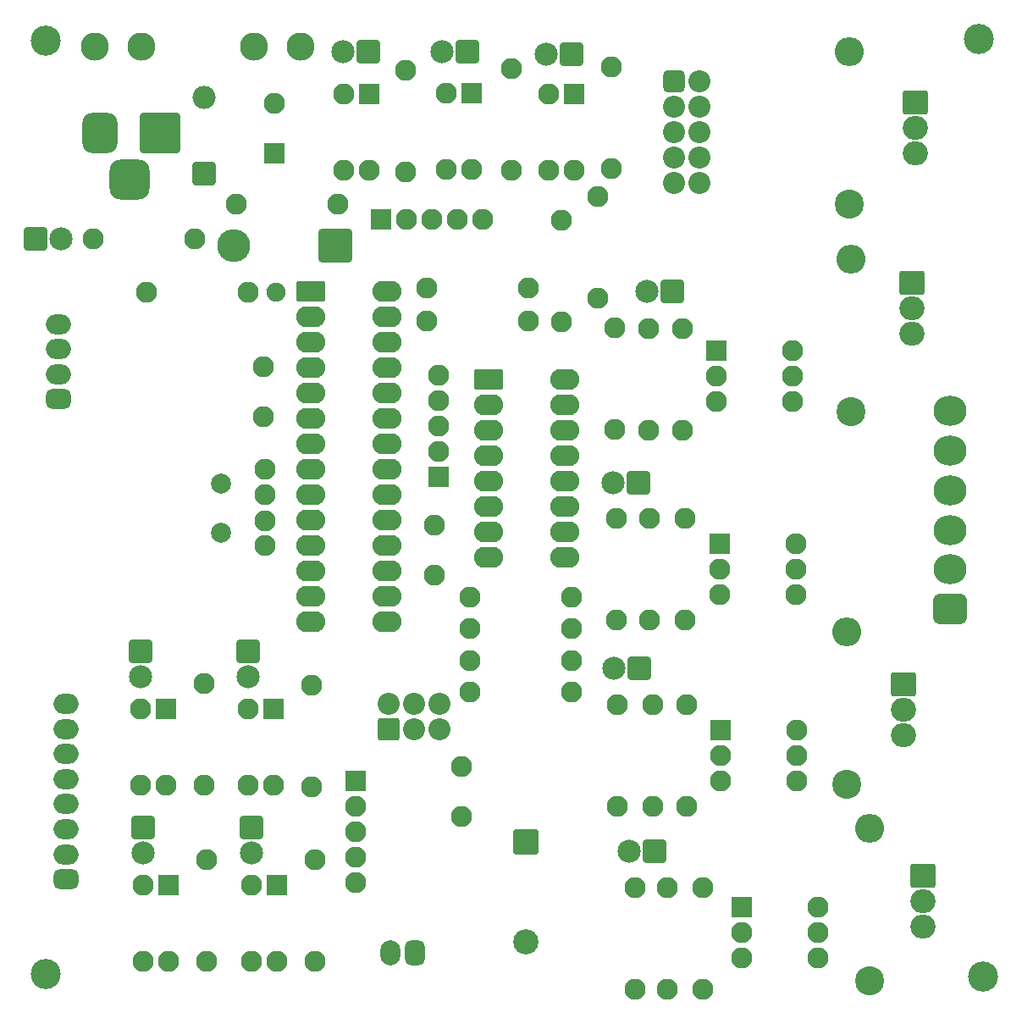
<source format=gbr>
%TF.GenerationSoftware,KiCad,Pcbnew,(6.0.8)*%
%TF.CreationDate,2022-11-15T21:12:59+04:00*%
%TF.ProjectId,Dryer2,44727965-7232-42e6-9b69-6361645f7063,rev?*%
%TF.SameCoordinates,Original*%
%TF.FileFunction,Soldermask,Bot*%
%TF.FilePolarity,Negative*%
%FSLAX46Y46*%
G04 Gerber Fmt 4.6, Leading zero omitted, Abs format (unit mm)*
G04 Created by KiCad (PCBNEW (6.0.8)) date 2022-11-15 21:12:59*
%MOMM*%
%LPD*%
G01*
G04 APERTURE LIST*
G04 Aperture macros list*
%AMRoundRect*
0 Rectangle with rounded corners*
0 $1 Rounding radius*
0 $2 $3 $4 $5 $6 $7 $8 $9 X,Y pos of 4 corners*
0 Add a 4 corners polygon primitive as box body*
4,1,4,$2,$3,$4,$5,$6,$7,$8,$9,$2,$3,0*
0 Add four circle primitives for the rounded corners*
1,1,$1+$1,$2,$3*
1,1,$1+$1,$4,$5*
1,1,$1+$1,$6,$7*
1,1,$1+$1,$8,$9*
0 Add four rect primitives between the rounded corners*
20,1,$1+$1,$2,$3,$4,$5,0*
20,1,$1+$1,$4,$5,$6,$7,0*
20,1,$1+$1,$6,$7,$8,$9,0*
20,1,$1+$1,$8,$9,$2,$3,0*%
G04 Aperture macros list end*
%ADD10C,1.908000*%
%ADD11C,2.108000*%
%ADD12O,2.108000X2.108000*%
%ADD13RoundRect,0.254000X-0.800000X0.800000X-0.800000X-0.800000X0.800000X-0.800000X0.800000X0.800000X0*%
%ADD14C,2.008000*%
%ADD15RoundRect,0.254000X-1.200000X-0.800000X1.200000X-0.800000X1.200000X0.800000X-1.200000X0.800000X0*%
%ADD16O,2.908000X2.108000*%
%ADD17O,2.508000X2.413000*%
%ADD18RoundRect,0.254000X-1.000000X0.952500X-1.000000X-0.952500X1.000000X-0.952500X1.000000X0.952500X0*%
%ADD19RoundRect,0.254000X0.900000X-0.900000X0.900000X0.900000X-0.900000X0.900000X-0.900000X-0.900000X0*%
%ADD20O,2.308000X2.308000*%
%ADD21RoundRect,0.254000X0.900000X0.900000X-0.900000X0.900000X-0.900000X-0.900000X0.900000X-0.900000X0*%
%ADD22C,2.308000*%
%ADD23RoundRect,0.504000X-0.600000X-0.600000X0.600000X-0.600000X0.600000X0.600000X-0.600000X0.600000X0*%
%ADD24C,2.208000*%
%ADD25RoundRect,0.254000X-0.800000X-0.800000X0.800000X-0.800000X0.800000X0.800000X-0.800000X0.800000X0*%
%ADD26RoundRect,0.254000X0.800000X-0.800000X0.800000X0.800000X-0.800000X0.800000X-0.800000X-0.800000X0*%
%ADD27C,3.008000*%
%ADD28C,2.808000*%
%ADD29RoundRect,0.254000X-0.900000X0.900000X-0.900000X-0.900000X0.900000X-0.900000X0.900000X0.900000X0*%
%ADD30RoundRect,0.254000X0.850000X-0.850000X0.850000X0.850000X-0.850000X0.850000X-0.850000X-0.850000X0*%
%ADD31O,2.208000X2.208000*%
%ADD32O,2.908000X2.908000*%
%ADD33C,2.908000*%
%ADD34RoundRect,0.629000X0.625000X-0.375000X0.625000X0.375000X-0.625000X0.375000X-0.625000X-0.375000X0*%
%ADD35O,2.508000X2.008000*%
%ADD36RoundRect,0.254000X-1.000000X1.000000X-1.000000X-1.000000X1.000000X-1.000000X1.000000X1.000000X0*%
%ADD37C,2.508000*%
%ADD38RoundRect,0.629000X0.375000X0.625000X-0.375000X0.625000X-0.375000X-0.625000X0.375000X-0.625000X0*%
%ADD39O,2.008000X2.508000*%
%ADD40RoundRect,0.254000X-0.900000X-0.900000X0.900000X-0.900000X0.900000X0.900000X-0.900000X0.900000X0*%
%ADD41RoundRect,1.129000X-0.875000X-0.875000X0.875000X-0.875000X0.875000X0.875000X-0.875000X0.875000X0*%
%ADD42RoundRect,1.004000X-0.750000X-1.000000X0.750000X-1.000000X0.750000X1.000000X-0.750000X1.000000X0*%
%ADD43RoundRect,0.254000X-1.750000X-1.750000X1.750000X-1.750000X1.750000X1.750000X-1.750000X1.750000X0*%
%ADD44RoundRect,0.254000X1.400000X1.400000X-1.400000X1.400000X-1.400000X-1.400000X1.400000X-1.400000X0*%
%ADD45O,3.308000X3.308000*%
%ADD46O,3.308000X2.968000*%
%ADD47RoundRect,0.504000X1.150000X-0.980000X1.150000X0.980000X-1.150000X0.980000X-1.150000X-0.980000X0*%
G04 APERTURE END LIST*
D10*
%TO.C,REF\u002A\u002A*%
X202100000Y-88000000D03*
%TD*%
D11*
%TO.C,R407*%
X243200000Y-129220000D03*
D12*
X243200000Y-139380000D03*
%TD*%
%TO.C,U302*%
X201895000Y-137305000D03*
X199355000Y-137305000D03*
X199355000Y-129685000D03*
D13*
X201895000Y-129685000D03*
%TD*%
D14*
%TO.C,Y1*%
X196596000Y-107150000D03*
X196596000Y-112050000D03*
%TD*%
D11*
%TO.C,C102*%
X201000000Y-113350000D03*
X201000000Y-110850000D03*
%TD*%
D15*
%TO.C,U101*%
X205600000Y-87975000D03*
D16*
X205600000Y-90515000D03*
X205600000Y-93055000D03*
X205600000Y-95595000D03*
X205600000Y-98135000D03*
X205600000Y-100675000D03*
X205600000Y-103215000D03*
X205600000Y-105755000D03*
X205600000Y-108295000D03*
X205600000Y-110835000D03*
X205600000Y-113375000D03*
X205600000Y-115915000D03*
X205600000Y-118455000D03*
X205600000Y-120995000D03*
X213220000Y-120995000D03*
X213220000Y-118455000D03*
X213220000Y-115915000D03*
X213220000Y-113375000D03*
X213220000Y-110835000D03*
X213220000Y-108295000D03*
X213220000Y-105755000D03*
X213220000Y-103215000D03*
X213220000Y-100675000D03*
X213220000Y-98135000D03*
X213220000Y-95595000D03*
X213220000Y-93055000D03*
X213220000Y-90515000D03*
X213220000Y-87975000D03*
%TD*%
D17*
%TO.C,Q404*%
X266055000Y-74140000D03*
X266055000Y-71600000D03*
D18*
X266055000Y-69060000D03*
%TD*%
D19*
%TO.C,D101*%
X194945000Y-76200000D03*
D20*
X194945000Y-68580000D03*
%TD*%
D21*
%TO.C,D403*%
X238400000Y-107100000D03*
D22*
X235860000Y-107100000D03*
%TD*%
D17*
%TO.C,Q403*%
X265755000Y-92140000D03*
X265755000Y-89600000D03*
D18*
X265755000Y-87060000D03*
%TD*%
D11*
%TO.C,R409*%
X236200000Y-110620000D03*
D12*
X236200000Y-120780000D03*
%TD*%
D13*
%TO.C,U307*%
X231975000Y-68200000D03*
D12*
X229435000Y-68200000D03*
X229435000Y-75820000D03*
X231975000Y-75820000D03*
%TD*%
D11*
%TO.C,R107*%
X234300000Y-78420000D03*
D12*
X234300000Y-88580000D03*
%TD*%
D11*
%TO.C,R405*%
X236300000Y-129220000D03*
D12*
X236300000Y-139380000D03*
%TD*%
D11*
%TO.C,R402*%
X241244000Y-147520000D03*
D12*
X241244000Y-157680000D03*
%TD*%
D11*
%TO.C,C106*%
X200900000Y-100500000D03*
X200900000Y-95500000D03*
%TD*%
%TO.C,R203*%
X221500000Y-121675000D03*
D12*
X231660000Y-121675000D03*
%TD*%
D23*
%TO.C,J503*%
X241947500Y-66920000D03*
D24*
X244487500Y-66920000D03*
X241947500Y-69460000D03*
X244487500Y-69460000D03*
X241947500Y-72000000D03*
X244487500Y-72000000D03*
X241947500Y-74540000D03*
X244487500Y-74540000D03*
X241947500Y-77080000D03*
X244487500Y-77080000D03*
%TD*%
D25*
%TO.C,U401*%
X248700000Y-149475000D03*
D12*
X248700000Y-152015000D03*
X248700000Y-154555000D03*
X256320000Y-154555000D03*
X256320000Y-152015000D03*
X256320000Y-149475000D03*
%TD*%
D21*
%TO.C,D401*%
X240000000Y-143900000D03*
D22*
X237460000Y-143900000D03*
%TD*%
D11*
%TO.C,R307*%
X235700000Y-75680000D03*
D12*
X235700000Y-65520000D03*
%TD*%
D13*
%TO.C,U304*%
X202195000Y-147290000D03*
D12*
X199655000Y-147290000D03*
X199655000Y-154910000D03*
X202195000Y-154910000D03*
%TD*%
D26*
%TO.C,RN201*%
X218400000Y-106500000D03*
D12*
X218400000Y-103960000D03*
X218400000Y-101420000D03*
X218400000Y-98880000D03*
X218400000Y-96340000D03*
%TD*%
%TO.C,U303*%
X191100000Y-137305000D03*
X188560000Y-137305000D03*
X188560000Y-129685000D03*
D13*
X191100000Y-129685000D03*
%TD*%
D27*
%TO.C,H501*%
X272400000Y-62700000D03*
%TD*%
D11*
%TO.C,R303*%
X194905000Y-137295000D03*
D12*
X194905000Y-127135000D03*
%TD*%
D11*
%TO.C,R102*%
X208280000Y-79200000D03*
D12*
X198120000Y-79200000D03*
%TD*%
D22*
%TO.C,D404*%
X239260000Y-87900000D03*
D21*
X241800000Y-87900000D03*
%TD*%
D28*
%TO.C,F1*%
X184060000Y-63500000D03*
X188660000Y-63500000D03*
X204560000Y-63500000D03*
X199960000Y-63500000D03*
%TD*%
D11*
%TO.C,R406*%
X239800000Y-129220000D03*
D12*
X239800000Y-139380000D03*
%TD*%
D22*
%TO.C,D304*%
X199650000Y-144100000D03*
D29*
X199650000Y-141560000D03*
%TD*%
D30*
%TO.C,J102*%
X213375000Y-131675000D03*
D31*
X213375000Y-129135000D03*
X215915000Y-131675000D03*
X215915000Y-129135000D03*
X218455000Y-131675000D03*
X218455000Y-129135000D03*
%TD*%
D11*
%TO.C,R401*%
X238000000Y-147500000D03*
D12*
X238000000Y-157660000D03*
%TD*%
%TO.C,R413*%
X236000000Y-101760000D03*
D11*
X236000000Y-91600000D03*
%TD*%
D18*
%TO.C,Q401*%
X266855000Y-146360000D03*
D17*
X266855000Y-148900000D03*
X266855000Y-151440000D03*
%TD*%
D11*
%TO.C,R105*%
X217220000Y-87600000D03*
D12*
X227380000Y-87600000D03*
%TD*%
D32*
%TO.C,R412*%
X259600000Y-84680000D03*
D33*
X259600000Y-99920000D03*
%TD*%
D34*
%TO.C,J506*%
X180340000Y-98700000D03*
D35*
X180340000Y-96200000D03*
X180340000Y-93700000D03*
X180340000Y-91200000D03*
%TD*%
D27*
%TO.C,H503*%
X179070000Y-156210000D03*
%TD*%
D13*
%TO.C,U301*%
X191400000Y-147290000D03*
D12*
X188860000Y-147290000D03*
X188860000Y-154910000D03*
X191400000Y-154910000D03*
%TD*%
D11*
%TO.C,R410*%
X239444000Y-110620000D03*
D12*
X239444000Y-120780000D03*
%TD*%
D11*
%TO.C,R104*%
X217220000Y-90900000D03*
D12*
X227380000Y-90900000D03*
%TD*%
D33*
%TO.C,R404*%
X261500000Y-156820000D03*
D32*
X261500000Y-141580000D03*
%TD*%
D11*
%TO.C,R201*%
X221500000Y-128025000D03*
D12*
X231660000Y-128025000D03*
%TD*%
D36*
%TO.C,BZ401*%
X227100000Y-143000000D03*
D37*
X227100000Y-153000000D03*
%TD*%
D13*
%TO.C,U306*%
X221675000Y-68100000D03*
D12*
X219135000Y-68100000D03*
X219135000Y-75720000D03*
X221675000Y-75720000D03*
%TD*%
D21*
%TO.C,D402*%
X238500000Y-125600000D03*
D22*
X235960000Y-125600000D03*
%TD*%
D11*
%TO.C,R204*%
X221500000Y-118500000D03*
D12*
X231660000Y-118500000D03*
%TD*%
D38*
%TO.C,J505*%
X216050000Y-154100000D03*
D39*
X213550000Y-154100000D03*
%TD*%
D40*
%TO.C,D102*%
X178125000Y-82700000D03*
D22*
X180665000Y-82700000D03*
%TD*%
D11*
%TO.C,R202*%
X221500000Y-124850000D03*
D12*
X231660000Y-124850000D03*
%TD*%
D11*
%TO.C,R305*%
X215100000Y-76000000D03*
D12*
X215100000Y-65840000D03*
%TD*%
%TO.C,R414*%
X239400000Y-101780000D03*
D11*
X239400000Y-91620000D03*
%TD*%
D15*
%TO.C,U201*%
X223400000Y-96700000D03*
D16*
X223400000Y-99240000D03*
X223400000Y-101780000D03*
X223400000Y-104320000D03*
X223400000Y-106860000D03*
X223400000Y-109400000D03*
X223400000Y-111940000D03*
X223400000Y-114480000D03*
X231020000Y-114480000D03*
X231020000Y-111940000D03*
X231020000Y-109400000D03*
X231020000Y-106860000D03*
X231020000Y-104320000D03*
X231020000Y-101780000D03*
X231020000Y-99240000D03*
X231020000Y-96700000D03*
%TD*%
D41*
%TO.C,J101*%
X187500000Y-76767500D03*
D42*
X184500000Y-72067500D03*
D43*
X190500000Y-72067500D03*
%TD*%
D11*
%TO.C,R101*%
X183820000Y-82700000D03*
D12*
X193980000Y-82700000D03*
%TD*%
D27*
%TO.C,H502*%
X179070000Y-62865000D03*
%TD*%
D44*
%TO.C,D103*%
X208080000Y-83400000D03*
D45*
X197920000Y-83400000D03*
%TD*%
D26*
%TO.C,C101*%
X201930000Y-74157651D03*
D11*
X201930000Y-69157651D03*
%TD*%
%TO.C,R403*%
X244800000Y-147520000D03*
D12*
X244800000Y-157680000D03*
%TD*%
D11*
%TO.C,C201*%
X220700000Y-135400000D03*
X220700000Y-140400000D03*
%TD*%
D29*
%TO.C,D301*%
X188855000Y-141560000D03*
D22*
X188855000Y-144100000D03*
%TD*%
D12*
%TO.C,RN102*%
X210100000Y-147060000D03*
X210100000Y-144520000D03*
X210100000Y-141980000D03*
X210100000Y-139440000D03*
D13*
X210100000Y-136900000D03*
%TD*%
D33*
%TO.C,R408*%
X259200000Y-137200000D03*
D32*
X259200000Y-121960000D03*
%TD*%
D25*
%TO.C,U402*%
X246612000Y-131775000D03*
D12*
X246612000Y-134315000D03*
X246612000Y-136855000D03*
X254232000Y-136855000D03*
X254232000Y-134315000D03*
X254232000Y-131775000D03*
%TD*%
D11*
%TO.C,C103*%
X201000000Y-108250000D03*
X201000000Y-105750000D03*
%TD*%
D32*
%TO.C,R416*%
X259500000Y-63980000D03*
D33*
X259500000Y-79220000D03*
%TD*%
D21*
%TO.C,D305*%
X211400000Y-64000000D03*
D22*
X208860000Y-64000000D03*
%TD*%
D12*
%TO.C,U403*%
X254120000Y-113175000D03*
X254120000Y-115715000D03*
X254120000Y-118255000D03*
X246500000Y-118255000D03*
X246500000Y-115715000D03*
D25*
X246500000Y-113175000D03*
%TD*%
D12*
%TO.C,R415*%
X242800000Y-101780000D03*
D11*
X242800000Y-91620000D03*
%TD*%
%TO.C,R302*%
X205700000Y-137480000D03*
D12*
X205700000Y-127320000D03*
%TD*%
D11*
%TO.C,R306*%
X225700000Y-75800000D03*
D12*
X225700000Y-65640000D03*
%TD*%
D11*
%TO.C,R411*%
X243000000Y-110620000D03*
D12*
X243000000Y-120780000D03*
%TD*%
D34*
%TO.C,J502*%
X181100000Y-146700000D03*
D35*
X181100000Y-144200000D03*
X181100000Y-141700000D03*
X181100000Y-139200000D03*
X181100000Y-136700000D03*
X181100000Y-134200000D03*
X181100000Y-131700000D03*
X181100000Y-129200000D03*
%TD*%
D11*
%TO.C,R301*%
X195205000Y-154900000D03*
D12*
X195205000Y-144740000D03*
%TD*%
%TO.C,U404*%
X253820000Y-93875000D03*
X253820000Y-96415000D03*
X253820000Y-98955000D03*
X246200000Y-98955000D03*
X246200000Y-96415000D03*
D25*
X246200000Y-93875000D03*
%TD*%
D21*
%TO.C,D306*%
X221300000Y-64000000D03*
D22*
X218760000Y-64000000D03*
%TD*%
D29*
%TO.C,D302*%
X199350000Y-123955000D03*
D22*
X199350000Y-126495000D03*
%TD*%
D27*
%TO.C,H504*%
X272796000Y-156464000D03*
%TD*%
D11*
%TO.C,C105*%
X217932000Y-116292000D03*
X217932000Y-111292000D03*
%TD*%
%TO.C,R103*%
X189220000Y-88000000D03*
D12*
X199380000Y-88000000D03*
%TD*%
D46*
%TO.C,J504*%
X269550000Y-99900000D03*
X269550000Y-103860000D03*
X269550000Y-107820000D03*
X269550000Y-111780000D03*
X269550000Y-115740000D03*
D47*
X269550000Y-119700000D03*
%TD*%
D11*
%TO.C,R106*%
X230700000Y-80820000D03*
D12*
X230700000Y-90980000D03*
%TD*%
D13*
%TO.C,U305*%
X211475000Y-68200000D03*
D12*
X208935000Y-68200000D03*
X208935000Y-75820000D03*
X211475000Y-75820000D03*
%TD*%
D22*
%TO.C,D303*%
X188555000Y-126495000D03*
D29*
X188555000Y-123955000D03*
%TD*%
D25*
%TO.C,RN101*%
X212600000Y-80700000D03*
D12*
X215140000Y-80700000D03*
X217680000Y-80700000D03*
X220220000Y-80700000D03*
X222760000Y-80700000D03*
%TD*%
D18*
%TO.C,Q402*%
X264855000Y-127260000D03*
D17*
X264855000Y-129800000D03*
X264855000Y-132340000D03*
%TD*%
D21*
%TO.C,D307*%
X231700000Y-64200000D03*
D22*
X229160000Y-64200000D03*
%TD*%
D11*
%TO.C,R304*%
X206000000Y-154900000D03*
D12*
X206000000Y-144740000D03*
%TD*%
G36*
X202106902Y-87039417D02*
G01*
X202292966Y-87058974D01*
X202293354Y-87059054D01*
X202293380Y-87059062D01*
X202472071Y-87114375D01*
X202472431Y-87114527D01*
X202637001Y-87203510D01*
X202637325Y-87203728D01*
X202781481Y-87322984D01*
X202781756Y-87323261D01*
X202847002Y-87403261D01*
X202900003Y-87468246D01*
X202900219Y-87468571D01*
X202932038Y-87528415D01*
X202940181Y-87543730D01*
X202961511Y-87583846D01*
X202969601Y-87599061D01*
X202971062Y-87601809D01*
X202974044Y-87607417D01*
X202981490Y-87621421D01*
X202986556Y-87630949D01*
X202988051Y-87633760D01*
X202988145Y-87634139D01*
X202988200Y-87634122D01*
X202990094Y-87640395D01*
X202994130Y-87653763D01*
X202995860Y-87659492D01*
X203004811Y-87689140D01*
X203015585Y-87724825D01*
X203042275Y-87813225D01*
X203042350Y-87813608D01*
X203050801Y-87899805D01*
X203053107Y-87923322D01*
X203055880Y-87951602D01*
X203056723Y-87960201D01*
X203059089Y-87984330D01*
X203059090Y-87984331D01*
X203059164Y-87985090D01*
X203059163Y-87985090D01*
X203059294Y-87986420D01*
X203059294Y-87986422D01*
X203059430Y-87987808D01*
X203060285Y-87996530D01*
X203060606Y-87999805D01*
X203060709Y-88000852D01*
X203060719Y-88001075D01*
X203060374Y-88025752D01*
X203060358Y-88025975D01*
X203060226Y-88027017D01*
X203059982Y-88028950D01*
X203059901Y-88029589D01*
X203059902Y-88029589D01*
X203059891Y-88029677D01*
X203059890Y-88029680D01*
X203056743Y-88054592D01*
X203054760Y-88070286D01*
X203054705Y-88070723D01*
X203053435Y-88080776D01*
X203048007Y-88123744D01*
X203043885Y-88156375D01*
X203042791Y-88165036D01*
X203041747Y-88173300D01*
X203036779Y-88212631D01*
X203036693Y-88213011D01*
X202977638Y-88390538D01*
X202977479Y-88390895D01*
X202885070Y-88553564D01*
X202884845Y-88553883D01*
X202762594Y-88695512D01*
X202762311Y-88695781D01*
X202614885Y-88810963D01*
X202614556Y-88811172D01*
X202477852Y-88880225D01*
X202477840Y-88880231D01*
X202455121Y-88891707D01*
X202453310Y-88892622D01*
X202447561Y-88895526D01*
X202447197Y-88895667D01*
X202434801Y-88899128D01*
X202266999Y-88945980D01*
X202266614Y-88946048D01*
X202080078Y-88960401D01*
X202079688Y-88960393D01*
X201893912Y-88938241D01*
X201893531Y-88938157D01*
X201715602Y-88880344D01*
X201715244Y-88880188D01*
X201551929Y-88788914D01*
X201551609Y-88788691D01*
X201531751Y-88771790D01*
X201486987Y-88733693D01*
X201478370Y-88726359D01*
X201476081Y-88724411D01*
X201467989Y-88717524D01*
X201467902Y-88717450D01*
X201453178Y-88704919D01*
X201442378Y-88695728D01*
X201442376Y-88695726D01*
X201433628Y-88688281D01*
X201430915Y-88685972D01*
X201409133Y-88667434D01*
X201409015Y-88667325D01*
X201409013Y-88667323D01*
X201408860Y-88667151D01*
X201407056Y-88664875D01*
X201399238Y-88655011D01*
X201292654Y-88520537D01*
X201292442Y-88520209D01*
X201282705Y-88501262D01*
X201266729Y-88470176D01*
X201264791Y-88466405D01*
X201254306Y-88446004D01*
X201245883Y-88429614D01*
X201245865Y-88429579D01*
X201245859Y-88429568D01*
X201241342Y-88420779D01*
X201240913Y-88419944D01*
X201238182Y-88414629D01*
X201231911Y-88402428D01*
X201228005Y-88394827D01*
X201227793Y-88394414D01*
X201225946Y-88390821D01*
X201224968Y-88388917D01*
X201224944Y-88388871D01*
X201224936Y-88388856D01*
X201222623Y-88384355D01*
X201218427Y-88376191D01*
X201215394Y-88370288D01*
X201215376Y-88370253D01*
X201215370Y-88370242D01*
X201212260Y-88364191D01*
X201211030Y-88361797D01*
X201211009Y-88361755D01*
X201206922Y-88353804D01*
X201206778Y-88353441D01*
X201206465Y-88352348D01*
X201204578Y-88345768D01*
X201200837Y-88332721D01*
X201196806Y-88318663D01*
X201187372Y-88285764D01*
X201187372Y-88285762D01*
X201187363Y-88285729D01*
X201187362Y-88285729D01*
X201187153Y-88285000D01*
X201182006Y-88267051D01*
X201182005Y-88267042D01*
X201180035Y-88260174D01*
X201180034Y-88260172D01*
X201180005Y-88260069D01*
X201180004Y-88260069D01*
X201176462Y-88247716D01*
X201172547Y-88234063D01*
X201169991Y-88225148D01*
X201169167Y-88222276D01*
X201169167Y-88222274D01*
X201169096Y-88222024D01*
X201169095Y-88222024D01*
X201163603Y-88202871D01*
X201162059Y-88197487D01*
X201160674Y-88192656D01*
X201160147Y-88190818D01*
X201156254Y-88177242D01*
X201155208Y-88173595D01*
X201155138Y-88173211D01*
X201139483Y-87986784D01*
X201139485Y-87986646D01*
X201143487Y-87986646D01*
X201159109Y-88172684D01*
X201160100Y-88176140D01*
X201163993Y-88189716D01*
X201164520Y-88191554D01*
X201165905Y-88196385D01*
X201167449Y-88201769D01*
X201172941Y-88220922D01*
X201172941Y-88220924D01*
X201173012Y-88221173D01*
X201173836Y-88224045D01*
X201176392Y-88232960D01*
X201180307Y-88246613D01*
X201183849Y-88258966D01*
X201183850Y-88258969D01*
X201183879Y-88259072D01*
X201185851Y-88265948D01*
X201185851Y-88265949D01*
X201185852Y-88265949D01*
X201190999Y-88283898D01*
X201191208Y-88284627D01*
X201191208Y-88284629D01*
X201191217Y-88284662D01*
X201191218Y-88284662D01*
X201200652Y-88317561D01*
X201204683Y-88331619D01*
X201208424Y-88344666D01*
X201210311Y-88351246D01*
X201210570Y-88352152D01*
X201214577Y-88359947D01*
X201214588Y-88359969D01*
X201215818Y-88362363D01*
X201218922Y-88368403D01*
X201218946Y-88368449D01*
X201218952Y-88368460D01*
X201221985Y-88374363D01*
X201226181Y-88382527D01*
X201228486Y-88387013D01*
X201228518Y-88387074D01*
X201228526Y-88387089D01*
X201229504Y-88388993D01*
X201231351Y-88392586D01*
X201231563Y-88392999D01*
X201235469Y-88400600D01*
X201241740Y-88412801D01*
X201244471Y-88418116D01*
X201244900Y-88418951D01*
X201249411Y-88427729D01*
X201249435Y-88427775D01*
X201249441Y-88427786D01*
X201257864Y-88444176D01*
X201268349Y-88464577D01*
X201270287Y-88468348D01*
X201286263Y-88499434D01*
X201295910Y-88518204D01*
X201402372Y-88652527D01*
X201410190Y-88662391D01*
X201411872Y-88664513D01*
X201433507Y-88682926D01*
X201436220Y-88685235D01*
X201444968Y-88692680D01*
X201444970Y-88692682D01*
X201455770Y-88701873D01*
X201470494Y-88714404D01*
X201470581Y-88714478D01*
X201478673Y-88721365D01*
X201480962Y-88723313D01*
X201489579Y-88730647D01*
X201534343Y-88768744D01*
X201554050Y-88785515D01*
X201717025Y-88876599D01*
X201894581Y-88934291D01*
X202079967Y-88956397D01*
X202266114Y-88942073D01*
X202433725Y-88895276D01*
X202445931Y-88891868D01*
X202451506Y-88889052D01*
X202453317Y-88888137D01*
X202476044Y-88876657D01*
X202476056Y-88876651D01*
X202612576Y-88807689D01*
X202759693Y-88692749D01*
X202881686Y-88551418D01*
X202973903Y-88389087D01*
X203032835Y-88211933D01*
X203037779Y-88172798D01*
X203038823Y-88164534D01*
X203039917Y-88155873D01*
X203044039Y-88123242D01*
X203049467Y-88080274D01*
X203050737Y-88070221D01*
X203050792Y-88069784D01*
X203052775Y-88054090D01*
X203055922Y-88029181D01*
X203055921Y-88029181D01*
X203055932Y-88029093D01*
X203055933Y-88029090D01*
X203056014Y-88028449D01*
X203056244Y-88026630D01*
X203056615Y-88000078D01*
X203056305Y-87996920D01*
X203055450Y-87988198D01*
X203055314Y-87986812D01*
X203055183Y-87985480D01*
X203055182Y-87985478D01*
X203055108Y-87984719D01*
X203055109Y-87984719D01*
X203052743Y-87960591D01*
X203051900Y-87951992D01*
X203049127Y-87923712D01*
X203046821Y-87900195D01*
X203038389Y-87814198D01*
X203011755Y-87725981D01*
X203000981Y-87690296D01*
X202992030Y-87660648D01*
X202990300Y-87654919D01*
X202986264Y-87641551D01*
X202984426Y-87635465D01*
X202983024Y-87632827D01*
X202977958Y-87623299D01*
X202970512Y-87609295D01*
X202967530Y-87603687D01*
X202966069Y-87600939D01*
X202957979Y-87585724D01*
X202936649Y-87545608D01*
X202928506Y-87530293D01*
X202896778Y-87470622D01*
X202843902Y-87405789D01*
X202778780Y-87325942D01*
X202634925Y-87206936D01*
X202470703Y-87118141D01*
X202292351Y-87062931D01*
X202106679Y-87043417D01*
X201920751Y-87060338D01*
X201741646Y-87113052D01*
X201576199Y-87199545D01*
X201575743Y-87199911D01*
X201567140Y-87206828D01*
X201559011Y-87213364D01*
X201545933Y-87223879D01*
X201539973Y-87228671D01*
X201502407Y-87258875D01*
X201484782Y-87273046D01*
X201484778Y-87273049D01*
X201484708Y-87273105D01*
X201480977Y-87276105D01*
X201466275Y-87287926D01*
X201453004Y-87298596D01*
X201430698Y-87316531D01*
X201310693Y-87459548D01*
X201220747Y-87623157D01*
X201167545Y-87790872D01*
X201164299Y-87801107D01*
X201162849Y-87814026D01*
X201161424Y-87826730D01*
X201156568Y-87870021D01*
X201143614Y-87985507D01*
X201143487Y-87986646D01*
X201139485Y-87986646D01*
X201139489Y-87986393D01*
X201139639Y-87985060D01*
X201152593Y-87869574D01*
X201157449Y-87826283D01*
X201158874Y-87813579D01*
X201160344Y-87800470D01*
X201160425Y-87800089D01*
X201163733Y-87789662D01*
X201216995Y-87621755D01*
X201217148Y-87621396D01*
X201307280Y-87457448D01*
X201307501Y-87457126D01*
X201427756Y-87313812D01*
X201428043Y-87313541D01*
X201428039Y-87313536D01*
X201450498Y-87295478D01*
X201463769Y-87284808D01*
X201478471Y-87272987D01*
X201482206Y-87269984D01*
X201482210Y-87269981D01*
X201482280Y-87269925D01*
X201499901Y-87255757D01*
X201537467Y-87225553D01*
X201543427Y-87220761D01*
X201556505Y-87210246D01*
X201564634Y-87203710D01*
X201573237Y-87196793D01*
X201573844Y-87196305D01*
X201573857Y-87196321D01*
X201574172Y-87196090D01*
X201739968Y-87109414D01*
X201740330Y-87109267D01*
X201919808Y-87056444D01*
X201920192Y-87056371D01*
X202106512Y-87039414D01*
X202106902Y-87039417D01*
G37*
M02*

</source>
